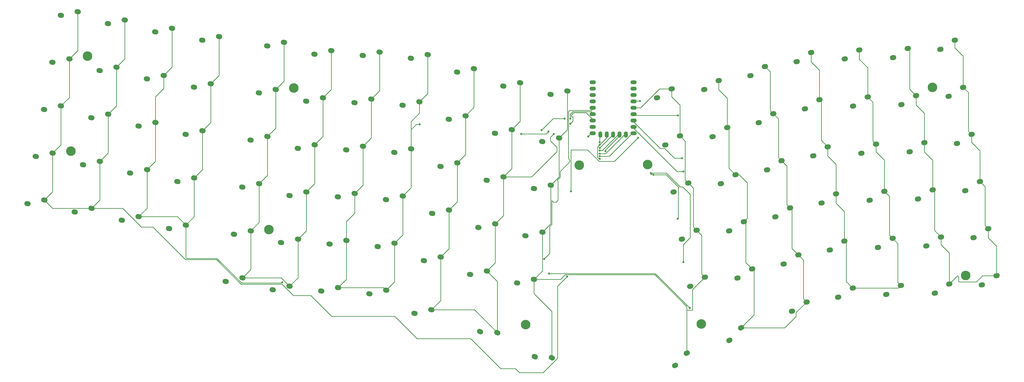
<source format=gbr>
%TF.GenerationSoftware,KiCad,Pcbnew,(6.0.4)*%
%TF.CreationDate,2022-12-29T16:55:39-05:00*%
%TF.ProjectId,atreuskeypad,61747265-7573-46b6-9579-7061642e6b69,rev?*%
%TF.SameCoordinates,Original*%
%TF.FileFunction,Copper,L1,Top*%
%TF.FilePolarity,Positive*%
%FSLAX46Y46*%
G04 Gerber Fmt 4.6, Leading zero omitted, Abs format (unit mm)*
G04 Created by KiCad (PCBNEW (6.0.4)) date 2022-12-29 16:55:39*
%MOMM*%
%LPD*%
G01*
G04 APERTURE LIST*
G04 Aperture macros list*
%AMHorizOval*
0 Thick line with rounded ends*
0 $1 width*
0 $2 $3 position (X,Y) of the first rounded end (center of the circle)*
0 $4 $5 position (X,Y) of the second rounded end (center of the circle)*
0 Add line between two ends*
20,1,$1,$2,$3,$4,$5,0*
0 Add two circle primitives to create the rounded ends*
1,1,$1,$2,$3*
1,1,$1,$4,$5*%
G04 Aperture macros list end*
%TA.AperFunction,ComponentPad*%
%ADD10HorizOval,2.000000X0.246202X-0.043412X-0.246202X0.043412X0*%
%TD*%
%TA.AperFunction,ComponentPad*%
%ADD11HorizOval,2.000000X0.246202X0.043412X-0.246202X-0.043412X0*%
%TD*%
%TA.AperFunction,ComponentPad*%
%ADD12HorizOval,2.000000X0.226577X0.105655X-0.226577X-0.105655X0*%
%TD*%
%TA.AperFunction,ConnectorPad*%
%ADD13C,3.800000*%
%TD*%
%TA.AperFunction,ComponentPad*%
%ADD14C,2.600000*%
%TD*%
%TA.AperFunction,SMDPad,CuDef*%
%ADD15O,2.500000X1.500000*%
%TD*%
%TA.AperFunction,SMDPad,CuDef*%
%ADD16O,1.500000X2.500000*%
%TD*%
%TA.AperFunction,ComponentPad*%
%ADD17HorizOval,2.000000X0.226577X-0.105655X-0.226577X0.105655X0*%
%TD*%
%TA.AperFunction,ViaPad*%
%ADD18C,0.800000*%
%TD*%
%TA.AperFunction,Conductor*%
%ADD19C,0.250000*%
%TD*%
G04 APERTURE END LIST*
D10*
%TO.P,SW45,1,1*%
%TO.N,Net-(D45-Pad1)*%
X-59125575Y-65438492D03*
%TO.P,SW45,2,2*%
%TO.N,COL0*%
X-52430980Y-64039746D03*
%TD*%
%TO.P,SW8,1,1*%
%TO.N,Net-(D8-Pad2)*%
X86749103Y-45043921D03*
%TO.P,SW8,2,2*%
%TO.N,COL3*%
X93443698Y-43645175D03*
%TD*%
%TO.P,SW20,1,1*%
%TO.N,Net-(D20-Pad2)*%
X464186Y-56601897D03*
%TO.P,SW20,2,2*%
%TO.N,COL1*%
X7158781Y-55203151D03*
%TD*%
%TO.P,SW66,1,1*%
%TO.N,Net-(D66-Pad2)*%
X-46980982Y-106267665D03*
%TO.P,SW66,2,2*%
%TO.N,COL0*%
X-40286387Y-104868919D03*
%TD*%
D11*
%TO.P,SW42,1,1*%
%TO.N,Net-(D42-Pad2)*%
X228353535Y-89487629D03*
%TO.P,SW42,2,2*%
%TO.N,COL6*%
X234165998Y-85883551D03*
%TD*%
D10*
%TO.P,SW75,1,1*%
%TO.N,Net-(D75-Pad1)*%
X129004956Y-134512806D03*
%TO.P,SW75,2,2*%
%TO.N,COL5*%
X135699551Y-133114060D03*
%TD*%
%TO.P,SW69,1,1*%
%TO.N,Net-(D69-Pad1)*%
X16353216Y-115165101D03*
%TO.P,SW69,2,2*%
%TO.N,COL2*%
X23047811Y-113766355D03*
%TD*%
D11*
%TO.P,SW94,1,1*%
%TO.N,Net-(D94-Pad2)*%
X297265063Y-41486015D03*
%TO.P,SW94,2,2*%
%TO.N,COL8*%
X303077526Y-37881937D03*
%TD*%
D10*
%TO.P,SW4,1,1*%
%TO.N,Net-(D4-Pad2)*%
X3772184Y-37841310D03*
%TO.P,SW4,2,2*%
%TO.N,COL1*%
X10466779Y-36442564D03*
%TD*%
D12*
%TO.P,SW89,1,1*%
%TO.N,Net-(D89-Pad1)*%
X213359141Y-157410822D03*
%TO.P,SW89,2,2*%
%TO.N,COL6*%
X218040745Y-152425174D03*
%TD*%
D13*
%TO.P,MNT,1*%
%TO.N,N/C*%
X-41910000Y-44196000D03*
D14*
X-41910000Y-44196000D03*
%TD*%
D10*
%TO.P,SW63,1,1*%
%TO.N,Net-(D63-Pad1)*%
X-24912397Y-90815075D03*
%TO.P,SW63,2,2*%
%TO.N,COL1*%
X-18217802Y-89416329D03*
%TD*%
D11*
%TO.P,SW14,1,1*%
%TO.N,Net-(D14-Pad2)*%
X221737539Y-51966454D03*
%TO.P,SW14,2,2*%
%TO.N,COL6*%
X227550002Y-48362376D03*
%TD*%
%TO.P,SW100,1,1*%
%TO.N,Net-(D100-Pad2)*%
X307189057Y-97767778D03*
%TO.P,SW100,2,2*%
%TO.N,COL8*%
X313001520Y-94163700D03*
%TD*%
%TO.P,SW58,1,1*%
%TO.N,Net-(D58-Pad2)*%
X231661533Y-108248217D03*
%TO.P,SW58,2,2*%
%TO.N,COL6*%
X237473996Y-104644139D03*
%TD*%
%TO.P,SW29,1,1*%
%TO.N,Net-(D29-Pad1)*%
X206681909Y-76286310D03*
%TO.P,SW29,2,2*%
%TO.N,COL6*%
X212494372Y-72682232D03*
%TD*%
D14*
%TO.P,MNT,1*%
%TO.N,N/C*%
X30226000Y-113284000D03*
D13*
X30226000Y-113284000D03*
%TD*%
D15*
%TO.P,U1,1,0*%
%TO.N,unconnected-(U1-Pad1)*%
X175252000Y-54610000D03*
%TO.P,U1,2,1*%
%TO.N,unconnected-(U1-Pad2)*%
X175252000Y-57150000D03*
%TO.P,U1,3,2*%
%TO.N,unconnected-(U1-Pad3)*%
X175252000Y-59690000D03*
%TO.P,U1,4,3*%
%TO.N,COL0*%
X175252000Y-62230000D03*
%TO.P,U1,5,4*%
%TO.N,COL5*%
X175252000Y-64770000D03*
%TO.P,U1,6,5*%
%TO.N,COL6*%
X175252000Y-67310000D03*
%TO.P,U1,7,6*%
%TO.N,COL7*%
X175252000Y-69850000D03*
%TO.P,U1,8,7*%
%TO.N,COL8*%
X175252000Y-72390000D03*
%TO.P,U1,9,8*%
%TO.N,ROW5*%
X175252000Y-74930000D03*
D16*
%TO.P,U1,10,9*%
%TO.N,ROW4*%
X172212000Y-75430000D03*
%TO.P,U1,11,10*%
%TO.N,ROW3*%
X169672000Y-75430000D03*
%TO.P,U1,12,11*%
%TO.N,ROW2*%
X167132000Y-75430000D03*
%TO.P,U1,13,12*%
%TO.N,ROW1*%
X164592000Y-75430000D03*
%TO.P,U1,14,13*%
%TO.N,ROW0*%
X162052000Y-75430000D03*
D15*
%TO.P,U1,15,14*%
%TO.N,COL4*%
X159012000Y-74930000D03*
%TO.P,U1,16,15*%
%TO.N,unconnected-(U1-Pad16)*%
X159012000Y-72390000D03*
%TO.P,U1,17,26*%
%TO.N,COL3*%
X159012000Y-69850000D03*
%TO.P,U1,18,27*%
%TO.N,COL2*%
X159012000Y-67310000D03*
%TO.P,U1,19,28*%
%TO.N,COL1*%
X159012000Y-64770000D03*
%TO.P,U1,20,29*%
%TO.N,unconnected-(U1-Pad20)*%
X159012000Y-62230000D03*
%TO.P,U1,21,3V3*%
%TO.N,unconnected-(U1-Pad21)*%
X159012000Y-59690000D03*
%TO.P,U1,22,GND*%
%TO.N,unconnected-(U1-Pad22)*%
X159012000Y-57150000D03*
%TO.P,U1,23,5V*%
%TO.N,unconnected-(U1-Pad23)*%
X159012000Y-54610000D03*
%TD*%
D10*
%TO.P,SW74,1,1*%
%TO.N,Net-(D74-Pad2)*%
X110244368Y-131204808D03*
%TO.P,SW74,2,2*%
%TO.N,COL4*%
X116938963Y-129806062D03*
%TD*%
D11*
%TO.P,SW77,1,1*%
%TO.N,Net-(D77-Pad1)*%
X216605903Y-132568073D03*
%TO.P,SW77,2,2*%
%TO.N,COL6*%
X222418366Y-128963995D03*
%TD*%
D17*
%TO.P,SW86,1,1*%
%TO.N,Net-(D86-Pad2)*%
X114254299Y-153953172D03*
%TO.P,SW86,2,2*%
%TO.N,COL4*%
X121082804Y-154334776D03*
%TD*%
D10*
%TO.P,SW2,1,1*%
%TO.N,Net-(D2-Pad2)*%
X-33748991Y-31225314D03*
%TO.P,SW2,2,2*%
%TO.N,COL0*%
X-27054396Y-29826568D03*
%TD*%
%TO.P,SW11,1,1*%
%TO.N,Net-(D11-Pad1)*%
X142236947Y-59470455D03*
%TO.P,SW11,2,2*%
%TO.N,COL5*%
X148931542Y-58071709D03*
%TD*%
%TO.P,SW73,1,1*%
%TO.N,Net-(D73-Pad1)*%
X91880740Y-125645540D03*
%TO.P,SW73,2,2*%
%TO.N,COL4*%
X98575335Y-124246794D03*
%TD*%
%TO.P,SW33,1,1*%
%TO.N,Net-(D33-Pad1)*%
X22969212Y-77643926D03*
%TO.P,SW33,2,2*%
%TO.N,COL2*%
X29663807Y-76245180D03*
%TD*%
%TO.P,SW3,1,1*%
%TO.N,Net-(D3-Pad1)*%
X-14988404Y-34533312D03*
%TO.P,SW3,2,2*%
%TO.N,COL1*%
X-8293809Y-33134566D03*
%TD*%
D11*
%TO.P,SW40,1,1*%
%TO.N,Net-(D40-Pad2)*%
X191229319Y-98354895D03*
%TO.P,SW40,2,2*%
%TO.N,COL5*%
X197041782Y-94750817D03*
%TD*%
D10*
%TO.P,SW52,1,1*%
%TO.N,Net-(D52-Pad2)*%
X76825110Y-101325684D03*
%TO.P,SW52,2,2*%
%TO.N,COL3*%
X83519705Y-99926938D03*
%TD*%
D11*
%TO.P,SW96,1,1*%
%TO.N,Net-(D96-Pad2)*%
X300573061Y-60246603D03*
%TO.P,SW96,2,2*%
%TO.N,COL8*%
X306385524Y-56642525D03*
%TD*%
%TO.P,SW31,1,1*%
%TO.N,Net-(D31-Pad1)*%
X243409165Y-65167773D03*
%TO.P,SW31,2,2*%
%TO.N,COL7*%
X249221628Y-61563695D03*
%TD*%
D13*
%TO.P,MNT,1*%
%TO.N,N/C*%
X153670000Y-87630000D03*
D14*
X153670000Y-87630000D03*
%TD*%
D11*
%TO.P,SW59,1,1*%
%TO.N,Net-(D59-Pad1)*%
X250025161Y-102688948D03*
%TO.P,SW59,2,2*%
%TO.N,COL7*%
X255837624Y-99084870D03*
%TD*%
D10*
%TO.P,SW81,1,1*%
%TO.N,Net-(D81-Pad1)*%
X13045219Y-133925689D03*
%TO.P,SW81,2,2*%
%TO.N,COL2*%
X19739814Y-132526943D03*
%TD*%
%TO.P,SW7,1,1*%
%TO.N,Net-(D7-Pad1)*%
X67591556Y-43987193D03*
%TO.P,SW7,2,2*%
%TO.N,COL3*%
X74286151Y-42588447D03*
%TD*%
%TO.P,SW18,1,1*%
%TO.N,Net-(D18-Pad2)*%
X-37056989Y-49985902D03*
%TO.P,SW18,2,2*%
%TO.N,COL0*%
X-30362394Y-48587156D03*
%TD*%
%TO.P,SW10,1,1*%
%TO.N,Net-(D10-Pad2)*%
X123476359Y-56162457D03*
%TO.P,SW10,2,2*%
%TO.N,COL4*%
X130170954Y-54763711D03*
%TD*%
D11*
%TO.P,SW79,1,1*%
%TO.N,Net-(D79-Pad1)*%
X253333159Y-121449536D03*
%TO.P,SW79,2,2*%
%TO.N,COL7*%
X259145622Y-117845458D03*
%TD*%
D10*
%TO.P,SW37,1,1*%
%TO.N,Net-(D37-Pad1)*%
X98496736Y-88124364D03*
%TO.P,SW37,2,2*%
%TO.N,COL4*%
X105191331Y-86725618D03*
%TD*%
D11*
%TO.P,SW78,1,1*%
%TO.N,Net-(D78-Pad2)*%
X234969531Y-127008804D03*
%TO.P,SW78,2,2*%
%TO.N,COL6*%
X240781994Y-123404726D03*
%TD*%
%TO.P,SW43,1,1*%
%TO.N,Net-(D43-Pad1)*%
X246717163Y-83928361D03*
%TO.P,SW43,2,2*%
%TO.N,COL7*%
X252529626Y-80324283D03*
%TD*%
%TO.P,SW41,1,1*%
%TO.N,Net-(D41-Pad1)*%
X209989907Y-95046897D03*
%TO.P,SW41,2,2*%
%TO.N,COL6*%
X215802370Y-91442819D03*
%TD*%
%TO.P,SW101,1,1*%
%TO.N,Net-(D101-Pad1)*%
X291736467Y-119836364D03*
%TO.P,SW101,2,2*%
%TO.N,COL8*%
X297548930Y-116232286D03*
%TD*%
%TO.P,SW16,1,1*%
%TO.N,Net-(D16-Pad2)*%
X259258715Y-45350458D03*
%TO.P,SW16,2,2*%
%TO.N,COL7*%
X265071178Y-41746380D03*
%TD*%
D14*
%TO.P,MNT,1*%
%TO.N,N/C*%
X307340000Y-131572000D03*
D13*
X307340000Y-131572000D03*
%TD*%
D10*
%TO.P,SW27,1,1*%
%TO.N,Net-(D27-Pad1)*%
X138928949Y-78231043D03*
%TO.P,SW27,2,2*%
%TO.N,COL5*%
X145623544Y-76832297D03*
%TD*%
%TO.P,SW23,1,1*%
%TO.N,Net-(D23-Pad1)*%
X64283558Y-62747781D03*
%TO.P,SW23,2,2*%
%TO.N,COL3*%
X70978153Y-61349035D03*
%TD*%
%TO.P,SW67,1,1*%
%TO.N,Net-(D67-Pad1)*%
X-28220395Y-109575663D03*
%TO.P,SW67,2,2*%
%TO.N,COL1*%
X-21525800Y-108176917D03*
%TD*%
%TO.P,SW5,1,1*%
%TO.N,Net-(D5-Pad1)*%
X29585208Y-40122751D03*
%TO.P,SW5,2,2*%
%TO.N,COL2*%
X36279803Y-38724005D03*
%TD*%
D11*
%TO.P,SW95,1,1*%
%TO.N,Net-(D95-Pad1)*%
X281812473Y-63554601D03*
%TO.P,SW95,2,2*%
%TO.N,COL8*%
X287624936Y-59950523D03*
%TD*%
D13*
%TO.P,MNT,1*%
%TO.N,N/C*%
X132334000Y-151130000D03*
D14*
X132334000Y-151130000D03*
%TD*%
D10*
%TO.P,SW39,1,1*%
%TO.N,Net-(D39-Pad1)*%
X135620951Y-96991630D03*
%TO.P,SW39,2,2*%
%TO.N,COL5*%
X142315546Y-95592884D03*
%TD*%
%TO.P,SW21,1,1*%
%TO.N,Net-(D21-Pad1)*%
X26277210Y-58883338D03*
%TO.P,SW21,2,2*%
%TO.N,COL2*%
X32971805Y-57484592D03*
%TD*%
D11*
%TO.P,SW91,1,1*%
%TO.N,Net-(D91-Pad1)*%
X256641156Y-140210124D03*
%TO.P,SW91,2,2*%
%TO.N,COL7*%
X262453619Y-136606046D03*
%TD*%
D10*
%TO.P,SW65,1,1*%
%TO.N,Net-(D65-Pad1)*%
X-65741570Y-102959667D03*
%TO.P,SW65,2,2*%
%TO.N,COL0*%
X-59046975Y-101560921D03*
%TD*%
D13*
%TO.P,MNT,1*%
%TO.N,N/C*%
X40132000Y-56896000D03*
D14*
X40132000Y-56896000D03*
%TD*%
D11*
%TO.P,SW98,1,1*%
%TO.N,Net-(D98-Pad2)*%
X303881059Y-79007191D03*
%TO.P,SW98,2,2*%
%TO.N,COL8*%
X309693522Y-75403113D03*
%TD*%
%TO.P,SW103,1,1*%
%TO.N,Net-(D103-Pad1)*%
X295044464Y-138596952D03*
%TO.P,SW103,2,2*%
%TO.N,COL8*%
X300856927Y-134992874D03*
%TD*%
D10*
%TO.P,SW82,1,1*%
%TO.N,Net-(D82-Pad2)*%
X31805806Y-137233687D03*
%TO.P,SW82,2,2*%
%TO.N,COL2*%
X38500401Y-135834941D03*
%TD*%
%TO.P,SW36,1,1*%
%TO.N,Net-(D36-Pad2)*%
X80133108Y-82565096D03*
%TO.P,SW36,2,2*%
%TO.N,COL3*%
X86827703Y-81166350D03*
%TD*%
%TO.P,SW83,1,1*%
%TO.N,Net-(D83-Pad1)*%
X51051567Y-137790132D03*
%TO.P,SW83,2,2*%
%TO.N,COL3*%
X57746162Y-136391386D03*
%TD*%
D11*
%TO.P,SW97,1,1*%
%TO.N,Net-(D97-Pad1)*%
X285120471Y-82315188D03*
%TO.P,SW97,2,2*%
%TO.N,COL8*%
X290932934Y-78711110D03*
%TD*%
%TO.P,SW92,1,1*%
%TO.N,Net-(D92-Pad2)*%
X275798704Y-139153396D03*
%TO.P,SW92,2,2*%
%TO.N,COL7*%
X281611167Y-135549318D03*
%TD*%
D14*
%TO.P,MNT,1*%
%TO.N,N/C*%
X180848000Y-87376000D03*
D13*
X180848000Y-87376000D03*
%TD*%
D17*
%TO.P,SW87,1,1*%
%TO.N,Net-(D87-Pad1)*%
X135958586Y-163970264D03*
%TO.P,SW87,2,2*%
%TO.N,COL5*%
X142787091Y-164351868D03*
%TD*%
D10*
%TO.P,SW50,1,1*%
%TO.N,Net-(D50-Pad2)*%
X38421802Y-99712511D03*
%TO.P,SW50,2,2*%
%TO.N,COL2*%
X45116397Y-98313765D03*
%TD*%
D11*
%TO.P,SW32,1,1*%
%TO.N,Net-(D32-Pad2)*%
X262566713Y-64111046D03*
%TO.P,SW32,2,2*%
%TO.N,COL7*%
X268379176Y-60506968D03*
%TD*%
%TO.P,SW93,1,1*%
%TO.N,Net-(D93-Pad1)*%
X278504476Y-44794013D03*
%TO.P,SW93,2,2*%
%TO.N,COL8*%
X284316939Y-41189935D03*
%TD*%
D10*
%TO.P,SW55,1,1*%
%TO.N,Net-(D55-Pad1)*%
X132312954Y-115752218D03*
%TO.P,SW55,2,2*%
%TO.N,COL5*%
X139007549Y-114353472D03*
%TD*%
%TO.P,SW6,1,1*%
%TO.N,Net-(D6-Pad2)*%
X48345795Y-43430748D03*
%TO.P,SW6,2,2*%
%TO.N,COL2*%
X55040390Y-42032002D03*
%TD*%
D13*
%TO.P,MNT,1*%
%TO.N,N/C*%
X202184000Y-150876000D03*
D14*
X202184000Y-150876000D03*
%TD*%
D11*
%TO.P,SW104,1,1*%
%TO.N,Net-(D104-Pad2)*%
X313805052Y-135288954D03*
%TO.P,SW104,2,2*%
%TO.N,COL8*%
X319617515Y-131684876D03*
%TD*%
%TO.P,SW44,1,1*%
%TO.N,Net-(D44-Pad2)*%
X265874710Y-82871633D03*
%TO.P,SW44,2,2*%
%TO.N,COL7*%
X271687173Y-79267555D03*
%TD*%
D10*
%TO.P,SW47,1,1*%
%TO.N,Net-(D47-Pad1)*%
X-21604399Y-72054487D03*
%TO.P,SW47,2,2*%
%TO.N,COL1*%
X-14909804Y-70655741D03*
%TD*%
D11*
%TO.P,SW13,1,1*%
%TO.N,Net-(D13-Pad1)*%
X203373911Y-57525722D03*
%TO.P,SW13,2,2*%
%TO.N,COL6*%
X209186374Y-53921644D03*
%TD*%
D10*
%TO.P,SW22,1,1*%
%TO.N,Net-(D22-Pad2)*%
X45037798Y-62191336D03*
%TO.P,SW22,2,2*%
%TO.N,COL2*%
X51732393Y-60792590D03*
%TD*%
%TO.P,SW64,1,1*%
%TO.N,Net-(D64-Pad2)*%
X-6151809Y-94123073D03*
%TO.P,SW64,2,2*%
%TO.N,COL1*%
X542786Y-92724327D03*
%TD*%
%TO.P,SW38,1,1*%
%TO.N,Net-(D38-Pad2)*%
X116860364Y-93683633D03*
%TO.P,SW38,2,2*%
%TO.N,COL4*%
X123554959Y-92284887D03*
%TD*%
D11*
%TO.P,SW12,1,1*%
%TO.N,Net-(D12-Pad2)*%
X184613324Y-60833720D03*
%TO.P,SW12,2,2*%
%TO.N,COL5*%
X190425787Y-57229642D03*
%TD*%
D10*
%TO.P,SW26,1,1*%
%TO.N,Net-(D26-Pad2)*%
X120168362Y-74923045D03*
%TO.P,SW26,2,2*%
%TO.N,COL4*%
X126862957Y-73524299D03*
%TD*%
%TO.P,SW25,1,1*%
%TO.N,Net-(D25-Pad1)*%
X101804734Y-69363777D03*
%TO.P,SW25,2,2*%
%TO.N,COL4*%
X108499329Y-67965031D03*
%TD*%
%TO.P,SW61,1,1*%
%TO.N,Net-(D61-Pad1)*%
X-62433572Y-84199079D03*
%TO.P,SW61,2,2*%
%TO.N,COL0*%
X-55738977Y-82800333D03*
%TD*%
%TO.P,SW53,1,1*%
%TO.N,Net-(D53-Pad1)*%
X95188738Y-106884952D03*
%TO.P,SW53,2,2*%
%TO.N,COL4*%
X101883333Y-105486206D03*
%TD*%
%TO.P,SW9,1,1*%
%TO.N,Net-(D9-Pad1)*%
X105112731Y-50603189D03*
%TO.P,SW9,2,2*%
%TO.N,COL4*%
X111807326Y-49204443D03*
%TD*%
%TO.P,SW1,1,1*%
%TO.N,Net-(D1-Pad1)*%
X-52509579Y-27917316D03*
%TO.P,SW1,2,2*%
%TO.N,COL0*%
X-45814984Y-26518570D03*
%TD*%
%TO.P,SW49,1,1*%
%TO.N,Net-(D49-Pad1)*%
X19661214Y-96404514D03*
%TO.P,SW49,2,2*%
%TO.N,COL2*%
X26355809Y-95005768D03*
%TD*%
%TO.P,SW24,1,1*%
%TO.N,Net-(D24-Pad2)*%
X83441106Y-63804508D03*
%TO.P,SW24,2,2*%
%TO.N,COL3*%
X90135701Y-62405762D03*
%TD*%
D11*
%TO.P,SW28,1,1*%
%TO.N,Net-(D28-Pad2)*%
X187921322Y-79594307D03*
%TO.P,SW28,2,2*%
%TO.N,COL5*%
X193733785Y-75990229D03*
%TD*%
%TO.P,SW102,1,1*%
%TO.N,Net-(D102-Pad2)*%
X310497054Y-116528366D03*
%TO.P,SW102,2,2*%
%TO.N,COL8*%
X316309517Y-112924288D03*
%TD*%
D10*
%TO.P,SW19,1,1*%
%TO.N,Net-(D19-Pad1)*%
X-18296401Y-53293899D03*
%TO.P,SW19,2,2*%
%TO.N,COL1*%
X-11601806Y-51895153D03*
%TD*%
%TO.P,SW17,1,1*%
%TO.N,Net-(D17-Pad1)*%
X-55817577Y-46677904D03*
%TO.P,SW17,2,2*%
%TO.N,COL0*%
X-49122982Y-45279158D03*
%TD*%
D11*
%TO.P,SW15,1,1*%
%TO.N,Net-(D15-Pad1)*%
X240101167Y-46407185D03*
%TO.P,SW15,2,2*%
%TO.N,COL7*%
X245913630Y-42803107D03*
%TD*%
D13*
%TO.P,MNT,1*%
%TO.N,N/C*%
X-48514000Y-82042000D03*
D14*
X-48514000Y-82042000D03*
%TD*%
D10*
%TO.P,SW84,1,1*%
%TO.N,Net-(D84-Pad2)*%
X70209114Y-138846859D03*
%TO.P,SW84,2,2*%
%TO.N,COL3*%
X76903709Y-137448113D03*
%TD*%
%TO.P,SW72,1,1*%
%TO.N,Net-(D72-Pad2)*%
X73517112Y-120086271D03*
%TO.P,SW72,2,2*%
%TO.N,COL3*%
X80211707Y-118687525D03*
%TD*%
D14*
%TO.P,MNT,1*%
%TO.N,N/C*%
X294132000Y-56642000D03*
D13*
X294132000Y-56642000D03*
%TD*%
D10*
%TO.P,SW68,1,1*%
%TO.N,Net-(D68-Pad2)*%
X-9459807Y-112883660D03*
%TO.P,SW68,2,2*%
%TO.N,COL1*%
X-2765212Y-111484914D03*
%TD*%
%TO.P,SW62,1,1*%
%TO.N,Net-(D62-Pad2)*%
X-43672985Y-87507077D03*
%TO.P,SW62,2,2*%
%TO.N,COL0*%
X-36978390Y-86108331D03*
%TD*%
D11*
%TO.P,SW57,1,1*%
%TO.N,Net-(D57-Pad1)*%
X213297905Y-113807485D03*
%TO.P,SW57,2,2*%
%TO.N,COL6*%
X219110368Y-110203407D03*
%TD*%
D10*
%TO.P,SW54,1,1*%
%TO.N,Net-(D54-Pad2)*%
X113552366Y-112444220D03*
%TO.P,SW54,2,2*%
%TO.N,COL4*%
X120246961Y-111045474D03*
%TD*%
D11*
%TO.P,SW56,1,1*%
%TO.N,Net-(D56-Pad2)*%
X194537317Y-117115483D03*
%TO.P,SW56,2,2*%
%TO.N,COL5*%
X200349780Y-113511405D03*
%TD*%
D10*
%TO.P,SW85,1,1*%
%TO.N,Net-(D85-Pad1)*%
X88175783Y-146657398D03*
%TO.P,SW85,2,2*%
%TO.N,COL4*%
X94870378Y-145258652D03*
%TD*%
D11*
%TO.P,SW99,1,1*%
%TO.N,Net-(D99-Pad1)*%
X288428469Y-101075776D03*
%TO.P,SW99,2,2*%
%TO.N,COL8*%
X294240932Y-97471698D03*
%TD*%
D10*
%TO.P,SW51,1,1*%
%TO.N,Net-(D51-Pad1)*%
X57667563Y-100268956D03*
%TO.P,SW51,2,2*%
%TO.N,COL3*%
X64362158Y-98870210D03*
%TD*%
%TO.P,SW34,1,1*%
%TO.N,Net-(D34-Pad2)*%
X41729800Y-80951924D03*
%TO.P,SW34,2,2*%
%TO.N,COL2*%
X48424395Y-79553178D03*
%TD*%
D12*
%TO.P,SW88,1,1*%
%TO.N,Net-(D88-Pad2)*%
X191784102Y-167436715D03*
%TO.P,SW88,2,2*%
%TO.N,COL5*%
X196465706Y-162451067D03*
%TD*%
D11*
%TO.P,SW30,1,1*%
%TO.N,Net-(D30-Pad2)*%
X225045537Y-70727041D03*
%TO.P,SW30,2,2*%
%TO.N,COL6*%
X230858000Y-67122963D03*
%TD*%
%TO.P,SW76,1,1*%
%TO.N,Net-(D76-Pad2)*%
X197845315Y-135876070D03*
%TO.P,SW76,2,2*%
%TO.N,COL5*%
X203657778Y-132271992D03*
%TD*%
D10*
%TO.P,SW48,1,1*%
%TO.N,Net-(D48-Pad2)*%
X-2843812Y-75362485D03*
%TO.P,SW48,2,2*%
%TO.N,COL1*%
X3850783Y-73963739D03*
%TD*%
D11*
%TO.P,SW60,1,1*%
%TO.N,Net-(D60-Pad2)*%
X269182708Y-101632221D03*
%TO.P,SW60,2,2*%
%TO.N,COL7*%
X274995171Y-98028143D03*
%TD*%
D10*
%TO.P,SW71,1,1*%
%TO.N,Net-(D71-Pad1)*%
X54359565Y-119029544D03*
%TO.P,SW71,2,2*%
%TO.N,COL3*%
X61054160Y-117630798D03*
%TD*%
%TO.P,SW46,1,1*%
%TO.N,Net-(D46-Pad2)*%
X-40364987Y-68746489D03*
%TO.P,SW46,2,2*%
%TO.N,COL0*%
X-33670392Y-67347743D03*
%TD*%
%TO.P,SW70,1,1*%
%TO.N,Net-(D70-Pad2)*%
X35113804Y-118473099D03*
%TO.P,SW70,2,2*%
%TO.N,COL2*%
X41808399Y-117074353D03*
%TD*%
D11*
%TO.P,SW90,1,1*%
%TO.N,Net-(D90-Pad2)*%
X238277528Y-145769392D03*
%TO.P,SW90,2,2*%
%TO.N,COL6*%
X244089991Y-142165314D03*
%TD*%
%TO.P,SW80,1,1*%
%TO.N,Net-(D80-Pad2)*%
X272490706Y-120392809D03*
%TO.P,SW80,2,2*%
%TO.N,COL7*%
X278303169Y-116788731D03*
%TD*%
D10*
%TO.P,SW35,1,1*%
%TO.N,Net-(D35-Pad1)*%
X60975560Y-81508369D03*
%TO.P,SW35,2,2*%
%TO.N,COL3*%
X67670155Y-80109623D03*
%TD*%
D18*
%TO.N,COL0*%
X177080000Y-76720000D03*
X177860000Y-62100000D03*
%TO.N,ROW0*%
X161798000Y-78486000D03*
%TO.N,ROW1*%
X161798000Y-85073503D03*
X161798000Y-79502000D03*
%TO.N,ROW2*%
X183134000Y-91479329D03*
X192786000Y-108966000D03*
X161798000Y-80772000D03*
%TO.N,ROW3*%
X195072000Y-126238000D03*
X161798000Y-81788000D03*
X164088307Y-82029095D03*
X182118000Y-90754829D03*
%TO.N,ROW4*%
X161798000Y-83058000D03*
X141711020Y-130810000D03*
X197612000Y-144526000D03*
%TO.N,ROW5*%
X161798000Y-84074000D03*
%TO.N,COL0*%
X150368000Y-98044000D03*
X148844000Y-131984020D03*
%TO.N,COL1*%
X139732049Y-124968000D03*
X35565651Y-134299317D03*
%TO.N,COL3*%
X130556000Y-75184000D03*
X141383785Y-74262214D03*
X90170000Y-71374000D03*
X150105562Y-71120000D03*
%TO.N,COL4*%
X143510000Y-75184000D03*
X157226000Y-76200000D03*
%TO.N,COL6*%
X193009285Y-67818000D03*
%TO.N,COL7*%
X194564000Y-84836000D03*
%TO.N,COL8*%
X195068308Y-90170000D03*
%TO.N,COL2*%
X147828000Y-69088000D03*
X138708188Y-73635813D03*
X150114000Y-69088000D03*
%TD*%
D19*
%TO.N,COL0*%
X174882000Y-62100000D02*
X174752000Y-62230000D01*
X177860000Y-62100000D02*
X174882000Y-62100000D01*
X167670000Y-86130000D02*
X177080000Y-76720000D01*
X161610000Y-86130000D02*
X167670000Y-86130000D01*
X157034400Y-81554400D02*
X161610000Y-86130000D01*
X150368000Y-81554400D02*
X157034400Y-81554400D01*
%TO.N,ROW1*%
X160977480Y-80322520D02*
X161798000Y-79502000D01*
X160977480Y-84523480D02*
X160977480Y-80322520D01*
%TO.N,ROW0*%
X161798000Y-78486000D02*
X161798000Y-75184000D01*
X161798000Y-75184000D02*
X162052000Y-74930000D01*
%TO.N,ROW1*%
X161806614Y-79502000D02*
X161798000Y-79502000D01*
X164592000Y-74930000D02*
X164592000Y-76716614D01*
X161527503Y-85073503D02*
X161798000Y-85073503D01*
X160977480Y-84523480D02*
X161527503Y-85073503D01*
X164592000Y-76716614D02*
X161806614Y-79502000D01*
%TO.N,ROW2*%
X167132000Y-75438000D02*
X161798000Y-80772000D01*
X167132000Y-74930000D02*
X167132000Y-75438000D01*
X193047982Y-108704018D02*
X192786000Y-108966000D01*
X193294000Y-96520000D02*
X193047982Y-96766018D01*
X193047982Y-96766018D02*
X193047982Y-108704018D01*
X183134000Y-91479329D02*
X188253329Y-91479329D01*
X188253329Y-91479329D02*
X193294000Y-96520000D01*
%TO.N,ROW3*%
X197797024Y-116530691D02*
X195072000Y-119255715D01*
X188290818Y-90754818D02*
X193802000Y-96266000D01*
X169672000Y-74930000D02*
X162814000Y-81788000D01*
X197797024Y-99211147D02*
X197797024Y-116530691D01*
X182833897Y-90754818D02*
X188290818Y-90754818D01*
X193802000Y-96266000D02*
X194851877Y-96266000D01*
X164088307Y-81529693D02*
X164088307Y-82029095D01*
X169672000Y-75946000D02*
X164088307Y-81529693D01*
X195072000Y-119255715D02*
X195072000Y-126238000D01*
X182118000Y-90754829D02*
X182118000Y-91470715D01*
X194851877Y-96266000D02*
X197797024Y-99211147D01*
X182118000Y-91470715D02*
X182833897Y-90754818D01*
X162814000Y-81788000D02*
X161798000Y-81788000D01*
X169672000Y-74930000D02*
X169672000Y-75946000D01*
%TO.N,ROW4*%
X183896000Y-130810000D02*
X197612000Y-144526000D01*
X164084000Y-83058000D02*
X161798000Y-83058000D01*
X172212000Y-74930000D02*
X164084000Y-83058000D01*
X141711020Y-130810000D02*
X183896000Y-130810000D01*
%TO.N,ROW5*%
X174752000Y-74930000D02*
X165608000Y-84074000D01*
X165608000Y-84074000D02*
X161798000Y-84074000D01*
%TO.N,COL0*%
X-27054396Y-45279158D02*
X-27054396Y-29826568D01*
X19197230Y-135021230D02*
X35504472Y-135021230D01*
X40005616Y-139522374D02*
X46938002Y-139522374D01*
X-52430980Y-64039746D02*
X-52430980Y-79492336D01*
X89154000Y-156718000D02*
X106934000Y-156718000D01*
X-55738977Y-82800333D02*
X-55738977Y-98252923D01*
X-49122982Y-45279158D02*
X-49122982Y-60731748D01*
X-40286387Y-104868919D02*
X-27882524Y-104868919D01*
X-55738977Y-98252923D02*
X-59046975Y-101560921D01*
X80264000Y-147828000D02*
X83312000Y-150876000D01*
X35504472Y-135021230D02*
X40005616Y-139522374D01*
X-36978390Y-101560922D02*
X-36978390Y-86108331D01*
X-20455157Y-112296286D02*
X-15892988Y-112296286D01*
X145034000Y-135794020D02*
X148844000Y-131984020D01*
X55243628Y-147828000D02*
X71374000Y-147828000D01*
X-27882524Y-104868919D02*
X-20455157Y-112296286D01*
X106934000Y-156718000D02*
X110490000Y-156718000D01*
X83312000Y-150876000D02*
X89154000Y-156718000D01*
X110490000Y-156718000D02*
X118618000Y-164846000D01*
X122428000Y-168656000D02*
X128270000Y-168656000D01*
X-33670392Y-67347743D02*
X-30362394Y-64039745D01*
X-45814984Y-41971160D02*
X-49122982Y-45279158D01*
X-36978390Y-86108331D02*
X-33670392Y-82800333D01*
X-40286387Y-104868919D02*
X-36978390Y-101560922D01*
X71374000Y-147828000D02*
X80264000Y-147828000D01*
X-30362394Y-64039745D02*
X-30362394Y-48587156D01*
X-40286387Y-104868919D02*
X-55738977Y-104868919D01*
X-15892988Y-112296286D02*
X-2967274Y-125222000D01*
X-2967274Y-125222000D02*
X9398000Y-125222000D01*
X-52430980Y-79492336D02*
X-55738977Y-82800333D01*
X118618000Y-164846000D02*
X122428000Y-168656000D01*
X-45814984Y-26518570D02*
X-45814984Y-41971160D01*
X150368000Y-98044000D02*
X150368000Y-81554400D01*
X-30362394Y-48587156D02*
X-27054396Y-45279158D01*
X145034000Y-162814000D02*
X145034000Y-135794020D01*
X-55738977Y-104868919D02*
X-59046975Y-101560921D01*
X9398000Y-125222000D02*
X19197230Y-135021230D01*
X46938002Y-139522374D02*
X55243628Y-147828000D01*
X-33670392Y-82800333D02*
X-33670392Y-67347743D01*
X145034000Y-164544710D02*
X145034000Y-162814000D01*
X139321728Y-170256982D02*
X145034000Y-164544710D01*
X129870982Y-170256982D02*
X139321728Y-170256982D01*
X128270000Y-168656000D02*
X129870982Y-170256982D01*
X-49122982Y-60731748D02*
X-52430980Y-64039746D01*
%TO.N,COL1*%
X-18217802Y-104868919D02*
X-21525800Y-108176917D01*
X141951349Y-122748700D02*
X141951349Y-112045390D01*
X3850783Y-89416330D02*
X3850783Y-73963739D01*
X142765066Y-101740172D02*
X143386189Y-102361295D01*
X-2765212Y-111484914D02*
X542786Y-108176916D01*
X-2765212Y-111484914D02*
X-2765212Y-124547268D01*
X7158781Y-55203151D02*
X10466779Y-51895153D01*
X-2765212Y-124547268D02*
X-2540000Y-124772480D01*
X143386189Y-102361295D02*
X144483461Y-102361295D01*
X7158781Y-70655741D02*
X7158781Y-55203151D01*
X34798000Y-134571710D02*
X35293258Y-134571710D01*
X35293258Y-134571710D02*
X35565651Y-134299317D01*
X10466779Y-51895153D02*
X10466779Y-36442564D01*
X-2540000Y-124772480D02*
X9584198Y-124772480D01*
X10223858Y-125412141D02*
X19383427Y-134571710D01*
X144926074Y-93618074D02*
X146073064Y-92471084D01*
X19383427Y-134571710D02*
X34798000Y-134571710D01*
X149918480Y-85598000D02*
X149381062Y-85060582D01*
X-11601806Y-57085165D02*
X-11601806Y-51895153D01*
X145259346Y-93951346D02*
X144926074Y-93618074D01*
X141951349Y-112045390D02*
X142765066Y-111231673D01*
X-6073209Y-108176917D02*
X-2765212Y-111484914D01*
X-14909804Y-70655741D02*
X-14909804Y-60393163D01*
X9584198Y-124772480D02*
X10223858Y-125412141D01*
X-18217802Y-89416329D02*
X-14909804Y-86108331D01*
X146073064Y-90170000D02*
X149918480Y-86324584D01*
X542786Y-92724327D02*
X3850783Y-89416330D01*
X144483461Y-102361295D02*
X145259346Y-101585410D01*
X149381062Y-85060582D02*
X149381062Y-66294000D01*
X149889062Y-65786000D02*
X158496000Y-65786000D01*
X145259346Y-101585410D02*
X145259346Y-93951346D01*
X3850783Y-73963739D02*
X7158781Y-70655741D01*
X-11601806Y-51895153D02*
X-8293809Y-48587156D01*
X149918480Y-86324584D02*
X149918480Y-85598000D01*
X158496000Y-65786000D02*
X159512000Y-64770000D01*
X542786Y-108176916D02*
X542786Y-92724327D01*
X139732049Y-124968000D02*
X141951349Y-122748700D01*
X-18217802Y-89416329D02*
X-18217802Y-104868919D01*
X-21525800Y-108176917D02*
X-6073209Y-108176917D01*
X149381062Y-66294000D02*
X149889062Y-65786000D01*
X-14909804Y-60393163D02*
X-11601806Y-57085165D01*
X146073064Y-92471084D02*
X146073064Y-90170000D01*
X142765066Y-111231673D02*
X142765066Y-101740172D01*
X-14909804Y-86108331D02*
X-14909804Y-70655741D01*
X-8293809Y-48587156D02*
X-8293809Y-33134566D01*
%TO.N,COL3*%
X156405520Y-66743520D02*
X155448000Y-66743520D01*
X159512000Y-69850000D02*
X156405520Y-66743520D01*
X151130000Y-68326000D02*
X151130000Y-70095562D01*
X83519705Y-99926938D02*
X86827703Y-96618940D01*
X74286151Y-42588447D02*
X74286151Y-58041037D01*
X151451803Y-66743520D02*
X150563520Y-67631803D01*
X86827703Y-70250054D02*
X90135701Y-66942056D01*
X151130000Y-70095562D02*
X150105562Y-71120000D01*
X75846982Y-136391386D02*
X76903709Y-137448113D01*
X88900000Y-71374000D02*
X86827703Y-73446297D01*
X93443698Y-59097765D02*
X93443698Y-43645175D01*
X140461999Y-75184000D02*
X130556000Y-75184000D01*
X141383785Y-74262214D02*
X140461999Y-75184000D01*
X74286151Y-58041037D02*
X70978153Y-61349035D01*
X61054160Y-110088156D02*
X61054160Y-117630798D01*
X150563520Y-67631803D02*
X150563520Y-68326000D01*
X83519705Y-115379527D02*
X83519705Y-99926938D01*
X64362158Y-98870210D02*
X64362158Y-106780158D01*
X76903709Y-137448113D02*
X80211707Y-134140115D01*
X90135701Y-66942056D02*
X90135701Y-62405762D01*
X67670155Y-80109623D02*
X67670155Y-95562213D01*
X155448000Y-66743520D02*
X151451803Y-66743520D01*
X80211707Y-134140115D02*
X80211707Y-118687525D01*
X86827703Y-81166350D02*
X86827703Y-73446297D01*
X67670155Y-95562213D02*
X64362158Y-98870210D01*
X90170000Y-71374000D02*
X88900000Y-71374000D01*
X57746162Y-136391386D02*
X75846982Y-136391386D01*
X70978153Y-76801625D02*
X67670155Y-80109623D01*
X61054160Y-117630798D02*
X61054160Y-133083388D01*
X90135701Y-62405762D02*
X93443698Y-59097765D01*
X86827703Y-96618940D02*
X86827703Y-81166350D01*
X70978153Y-61349035D02*
X70978153Y-76801625D01*
X64362158Y-106780158D02*
X61054160Y-110088156D01*
X86827703Y-73446297D02*
X86827703Y-70250054D01*
X150563520Y-68326000D02*
X151130000Y-68326000D01*
X80211707Y-118687525D02*
X83519705Y-115379527D01*
X61054160Y-133083388D02*
X57746162Y-136391386D01*
%TO.N,COL4*%
X105191331Y-86725618D02*
X105191331Y-102178208D01*
X121082804Y-154334776D02*
X121082804Y-133949903D01*
X134707248Y-92284887D02*
X144780000Y-82212135D01*
X111807326Y-64657034D02*
X108499329Y-67965031D01*
X123554959Y-107737476D02*
X123554959Y-92284887D01*
X108499329Y-83417620D02*
X105191331Y-86725618D01*
X101883333Y-120938796D02*
X98575335Y-124246794D01*
X142240000Y-77978000D02*
X142240000Y-76454000D01*
X94870378Y-145258652D02*
X112006680Y-145258652D01*
X130170954Y-70216302D02*
X130170954Y-54763711D01*
X98575335Y-124246794D02*
X98575335Y-141553695D01*
X126862957Y-88976889D02*
X126862957Y-73524299D01*
X121082804Y-133949903D02*
X116938963Y-129806062D01*
X111807326Y-49204443D02*
X111807326Y-64657034D01*
X116938963Y-129806062D02*
X120246961Y-126498064D01*
X98575335Y-141553695D02*
X94870378Y-145258652D01*
X157226000Y-76200000D02*
X158496000Y-74930000D01*
X158496000Y-74930000D02*
X159512000Y-74930000D01*
X101883333Y-105486206D02*
X101883333Y-120938796D01*
X144780000Y-82212135D02*
X144780000Y-80518000D01*
X126862957Y-73524299D02*
X130170954Y-70216302D01*
X123554959Y-92284887D02*
X126862957Y-88976889D01*
X108499329Y-67965031D02*
X108499329Y-83417620D01*
X105191331Y-102178208D02*
X101883333Y-105486206D01*
X120246961Y-126498064D02*
X120246961Y-111045474D01*
X144780000Y-80518000D02*
X142240000Y-77978000D01*
X142240000Y-76454000D02*
X143510000Y-75184000D01*
X112006680Y-145258652D02*
X121082804Y-154334776D01*
X120246961Y-111045474D02*
X123554959Y-107737476D01*
X123554959Y-92284887D02*
X134707248Y-92284887D01*
%TO.N,COL5*%
X202408803Y-131023017D02*
X202408803Y-115570428D01*
X139007549Y-129806062D02*
X135699551Y-133114060D01*
X198751706Y-145418294D02*
X198751706Y-137178064D01*
X135699551Y-133114060D02*
X135699551Y-138811828D01*
X142787091Y-145899368D02*
X142787091Y-164351868D01*
X183709802Y-131259520D02*
X196405141Y-143954859D01*
X142315546Y-111045475D02*
X139007549Y-114353472D01*
X199100805Y-96809840D02*
X197041782Y-94750817D01*
X146227460Y-133114060D02*
X148082000Y-131259520D01*
X139007549Y-114353472D02*
X139007549Y-129806062D01*
X148931542Y-73524299D02*
X145623544Y-76832297D01*
X193733785Y-63685785D02*
X190425787Y-60377787D01*
X185594358Y-57229642D02*
X178054000Y-64770000D01*
X148931542Y-58071709D02*
X148931542Y-73524299D01*
X197041782Y-94750817D02*
X195792808Y-93501843D01*
X190425787Y-57229642D02*
X185594358Y-57229642D01*
X135699551Y-133114060D02*
X146227460Y-133114060D01*
X203657778Y-132271992D02*
X202408803Y-131023017D01*
X145623544Y-92284886D02*
X142315546Y-95592884D01*
X196405141Y-143954859D02*
X196405141Y-144343755D01*
X198751706Y-137178064D02*
X203657778Y-132271992D01*
X200349780Y-113511405D02*
X199100805Y-112262430D01*
X196465706Y-144404320D02*
X196465706Y-145418294D01*
X196405141Y-144343755D02*
X196465706Y-144404320D01*
X195792808Y-93501843D02*
X195792808Y-78049252D01*
X199100805Y-112262430D02*
X199100805Y-96809840D01*
X196465706Y-145418294D02*
X198751706Y-145418294D01*
X145623544Y-76832297D02*
X145623544Y-92284886D01*
X178054000Y-64770000D02*
X174752000Y-64770000D01*
X196465706Y-145418294D02*
X196465706Y-162451067D01*
X148082000Y-131259520D02*
X183709802Y-131259520D01*
X193733785Y-75990229D02*
X193733785Y-63685785D01*
X195792808Y-78049252D02*
X193733785Y-75990229D01*
X142315546Y-95592884D02*
X142315546Y-111045475D01*
X190425787Y-60377787D02*
X190425787Y-57229642D01*
X135699551Y-138811828D02*
X142787091Y-145899368D01*
X202408803Y-115570428D02*
X200349780Y-113511405D01*
%TO.N,COL6*%
X213249614Y-73437474D02*
X213249614Y-88890063D01*
X218040745Y-152425174D02*
X235407209Y-152425174D01*
X232917023Y-84634576D02*
X232917023Y-69181986D01*
X223173608Y-129719237D02*
X223173608Y-147292311D01*
X236225021Y-103395164D02*
X236225021Y-87942574D01*
X235407209Y-152425174D02*
X239923397Y-147908986D01*
X237473996Y-104644139D02*
X236225021Y-103395164D01*
X240781994Y-123404726D02*
X238252000Y-120874732D01*
X220510435Y-108803340D02*
X219110368Y-110203407D01*
X223173608Y-147292311D02*
X218040745Y-152425174D01*
X244089991Y-142165314D02*
X242841017Y-140916340D01*
X234165998Y-85883551D02*
X232917023Y-84634576D01*
X174752000Y-67310000D02*
X175260000Y-67818000D01*
X212494372Y-72682232D02*
X213249614Y-73437474D01*
X219865610Y-110958649D02*
X219865610Y-126411239D01*
X242841017Y-125463749D02*
X240781994Y-123404726D01*
X229609025Y-50421399D02*
X227550002Y-48362376D01*
X222418366Y-128963995D02*
X223173608Y-129719237D01*
X217298572Y-91442819D02*
X220510435Y-94654682D01*
X219865610Y-126411239D02*
X222418366Y-128963995D01*
X232917023Y-69181986D02*
X230858000Y-67122963D01*
X213249614Y-88890063D02*
X215802370Y-91442819D01*
X215802370Y-91442819D02*
X217298572Y-91442819D01*
X238252000Y-120874732D02*
X238252000Y-105422143D01*
X239923397Y-147908986D02*
X239923397Y-146331908D01*
X220510435Y-94654682D02*
X220510435Y-108803340D01*
X209186374Y-53921644D02*
X209186374Y-57626732D01*
X219110368Y-110203407D02*
X219865610Y-110958649D01*
X229609025Y-65873988D02*
X229609025Y-50421399D01*
X209186374Y-57626732D02*
X212494372Y-60934730D01*
X236225021Y-87942574D02*
X234165998Y-85883551D01*
X238252000Y-105422143D02*
X237473996Y-104644139D01*
X230858000Y-67122963D02*
X229609025Y-65873988D01*
X239923397Y-146331908D02*
X244089991Y-142165314D01*
X242841017Y-140916340D02*
X242841017Y-125463749D01*
X212494372Y-60934730D02*
X212494372Y-72682232D01*
X175260000Y-67818000D02*
X193009285Y-67818000D01*
%TO.N,COL7*%
X249976870Y-77771527D02*
X252529626Y-80324283D01*
X280362192Y-134300343D02*
X280362192Y-118847754D01*
X252529626Y-80324283D02*
X252529626Y-84029371D01*
X270438199Y-62565991D02*
X268379176Y-60506968D01*
X255837624Y-99084870D02*
X255837624Y-102789958D01*
X280362192Y-118847754D02*
X278303169Y-116788731D01*
X174752000Y-69850000D02*
X185893731Y-80991731D01*
X245913630Y-42803107D02*
X245913630Y-46508195D01*
X255837624Y-87337369D02*
X255837624Y-99084870D01*
X277054194Y-100087166D02*
X274995171Y-98028143D01*
X259145622Y-106097956D02*
X259145622Y-117845458D01*
X191516000Y-84836000D02*
X194564000Y-84836000D01*
X268379176Y-60506968D02*
X268379176Y-48759466D01*
X271687173Y-82318925D02*
X271687173Y-79267555D01*
X249976870Y-62318937D02*
X249976870Y-77771527D01*
X278303169Y-116788731D02*
X277054194Y-115539756D01*
X259145622Y-117845458D02*
X259900864Y-118600700D01*
X187671731Y-80991731D02*
X191516000Y-84836000D01*
X185893731Y-80991731D02*
X187671731Y-80991731D01*
X274995171Y-98028143D02*
X274995171Y-85626923D01*
X270438199Y-78018581D02*
X270438199Y-62565991D01*
X259900864Y-118600700D02*
X259900864Y-134053291D01*
X280554439Y-136606046D02*
X281611167Y-135549318D01*
X249221628Y-49816193D02*
X249221628Y-61563695D01*
X274995171Y-85626923D02*
X271687173Y-82318925D01*
X271687173Y-79267555D02*
X270438199Y-78018581D01*
X262453619Y-136606046D02*
X280554439Y-136606046D01*
X252529626Y-84029371D02*
X255837624Y-87337369D01*
X265071178Y-45451468D02*
X265071178Y-41746380D01*
X281611167Y-135549318D02*
X280362192Y-134300343D01*
X255837624Y-102789958D02*
X259145622Y-106097956D01*
X249221628Y-61563695D02*
X249976870Y-62318937D01*
X245913630Y-46508195D02*
X249221628Y-49816193D01*
X277054194Y-115539756D02*
X277054194Y-100087166D01*
X259900864Y-134053291D02*
X262453619Y-136606046D01*
X268379176Y-48759466D02*
X265071178Y-45451468D01*
%TO.N,COL8*%
X308444547Y-58701548D02*
X306385524Y-56642525D01*
X294996174Y-98226940D02*
X294996174Y-113679530D01*
X294240932Y-85724196D02*
X294240932Y-97471698D01*
X300856927Y-134992874D02*
X304164925Y-131684876D01*
X285072181Y-41945177D02*
X285072181Y-57397768D01*
X287624936Y-63655611D02*
X290932934Y-66963609D01*
X306385524Y-56642525D02*
X306385524Y-44241305D01*
X297548930Y-119283656D02*
X300856927Y-122591653D01*
X290932934Y-78711110D02*
X290932934Y-82416198D01*
X315060543Y-111675314D02*
X315060543Y-96222723D01*
X285072181Y-57397768D02*
X287624936Y-59950523D01*
X297548930Y-116232286D02*
X297548930Y-119283656D01*
X308444547Y-74154138D02*
X308444547Y-58701548D01*
X304546000Y-134112000D02*
X311658000Y-134112000D01*
X311658000Y-134112000D02*
X314085124Y-131684876D01*
X306385524Y-44241305D02*
X303077526Y-40933307D01*
X319617515Y-131684876D02*
X319617515Y-119937374D01*
X304164925Y-131684876D02*
X304546000Y-132065951D01*
X300856927Y-122591653D02*
X300856927Y-134992874D01*
X316309517Y-116629376D02*
X316309517Y-112924288D01*
X290932934Y-82416198D02*
X294240932Y-85724196D01*
X192532000Y-90170000D02*
X195068308Y-90170000D01*
X309693522Y-78553522D02*
X309693522Y-75403113D01*
X303077526Y-40933307D02*
X303077526Y-37881937D01*
X304546000Y-132065951D02*
X304546000Y-134112000D01*
X284316939Y-41189935D02*
X285072181Y-41945177D01*
X313001520Y-94163700D02*
X313001520Y-81861520D01*
X290932934Y-66963609D02*
X290932934Y-78711110D01*
X314085124Y-131684876D02*
X319617515Y-131684876D01*
X309693522Y-75403113D02*
X308444547Y-74154138D01*
X174752000Y-72390000D02*
X192532000Y-90170000D01*
X316309517Y-112924288D02*
X315060543Y-111675314D01*
X315060543Y-96222723D02*
X313001520Y-94163700D01*
X287624936Y-59950523D02*
X287624936Y-63655611D01*
X313001520Y-81861520D02*
X309693522Y-78553522D01*
X319617515Y-119937374D02*
X316309517Y-116629376D01*
X294240932Y-97471698D02*
X294996174Y-98226940D01*
X294996174Y-113679530D02*
X297548930Y-116232286D01*
%TO.N,COL2*%
X149860000Y-67564000D02*
X151130000Y-66294000D01*
X51732393Y-76245180D02*
X51732393Y-60792590D01*
X23047811Y-129218946D02*
X19739814Y-132526943D01*
X45116397Y-98313765D02*
X48424395Y-95005767D01*
X35192403Y-132526943D02*
X38500401Y-135834941D01*
X150114000Y-69088000D02*
X150114000Y-67818000D01*
X48424395Y-79553178D02*
X51732393Y-76245180D01*
X29663807Y-91697770D02*
X26355809Y-95005768D01*
X158496000Y-66294000D02*
X159512000Y-67310000D01*
X36279803Y-38724005D02*
X36279803Y-54176594D01*
X23047811Y-113766355D02*
X23047811Y-129218946D01*
X150114000Y-67818000D02*
X149860000Y-67564000D01*
X48424395Y-95005767D02*
X48424395Y-79553178D01*
X26355809Y-95005768D02*
X26355809Y-110458357D01*
X51732393Y-60792590D02*
X55040390Y-57484593D01*
X36279803Y-54176594D02*
X32971805Y-57484592D01*
X55040390Y-57484593D02*
X55040390Y-42032002D01*
X41808399Y-132526943D02*
X41808399Y-117074353D01*
X41808399Y-117074353D02*
X45116397Y-113766355D01*
X26355809Y-110458357D02*
X23047811Y-113766355D01*
X151130000Y-66294000D02*
X158496000Y-66294000D01*
X38500401Y-135834941D02*
X41808399Y-132526943D01*
X138708188Y-73635813D02*
X143256001Y-69088000D01*
X45116397Y-113766355D02*
X45116397Y-98313765D01*
X32971805Y-72937182D02*
X29663807Y-76245180D01*
X29663807Y-76245180D02*
X29663807Y-91697770D01*
X19739814Y-132526943D02*
X35192403Y-132526943D01*
X143256001Y-69088000D02*
X147828000Y-69088000D01*
X32971805Y-57484592D02*
X32971805Y-72937182D01*
%TD*%
M02*

</source>
